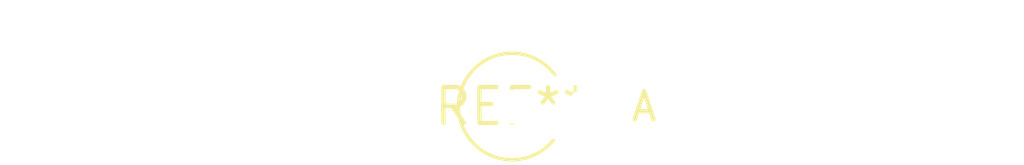
<source format=kicad_pcb>
(kicad_pcb (version 20240108) (generator pcbnew)
  (layers (0 "F.Cu" signal) (31 "B.Cu" signal) (34 "B.Paste" user) (35 "F.Paste" user) (36 "B.SilkS" user "B.Silkscreen") (37 "F.SilkS" user "F.Silkscreen") (38 "B.Mask" user) (39 "F.Mask" user) (44 "Edge.Cuts" user))
  (net 0 "")
  (footprint "D_DO-15_P2.54mm_Vertical_AnodeUp" (layer "F.Cu") (at 0 0)
    (property "Reference" "REF**")
    (property "Value" "D_DO-15_P2.54mm_Vertical_AnodeUp")
    (fp_arc (start 1.456371 1.194732) (mid -1.883124 -0.047368) (end 1.514596 -1.12) (layer "F.SilkS") (stroke (width 0.12)))
    (fp_text user "A" (at 4.66 0 0) (layer "F.SilkS"))
    (pad "1" thru_hole rect (at 0 0) (size 2.24 2.24) (drill 1.2) (layers *.Cu *.Mask) (remove_unused_layers))
    (pad "2" thru_hole oval (at 2.54 0) (size 2.24 2.24) (drill 1.2) (layers *.Cu *.Mask) (remove_unused_layers))
  )
)
</source>
